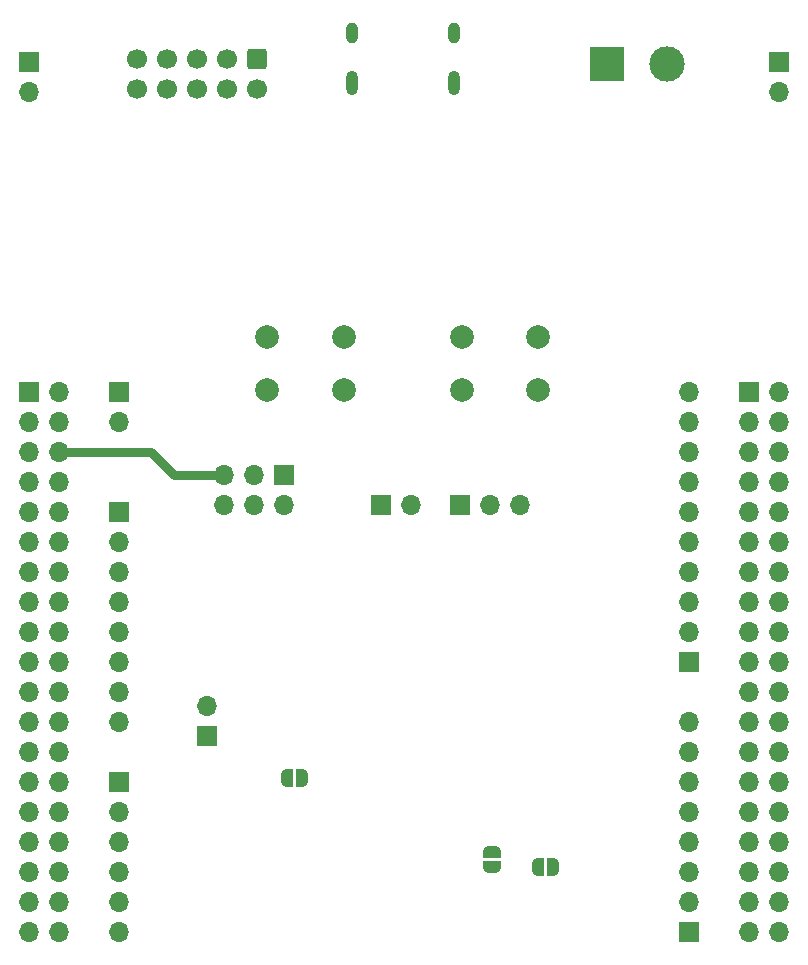
<source format=gbr>
%TF.GenerationSoftware,KiCad,Pcbnew,8.0.4*%
%TF.CreationDate,2024-12-11T23:07:31+07:00*%
%TF.ProjectId,G474-dev-board,47343734-2d64-4657-962d-626f6172642e,rev?*%
%TF.SameCoordinates,Original*%
%TF.FileFunction,Copper,L4,Bot*%
%TF.FilePolarity,Positive*%
%FSLAX46Y46*%
G04 Gerber Fmt 4.6, Leading zero omitted, Abs format (unit mm)*
G04 Created by KiCad (PCBNEW 8.0.4) date 2024-12-11 23:07:31*
%MOMM*%
%LPD*%
G01*
G04 APERTURE LIST*
G04 Aperture macros list*
%AMRoundRect*
0 Rectangle with rounded corners*
0 $1 Rounding radius*
0 $2 $3 $4 $5 $6 $7 $8 $9 X,Y pos of 4 corners*
0 Add a 4 corners polygon primitive as box body*
4,1,4,$2,$3,$4,$5,$6,$7,$8,$9,$2,$3,0*
0 Add four circle primitives for the rounded corners*
1,1,$1+$1,$2,$3*
1,1,$1+$1,$4,$5*
1,1,$1+$1,$6,$7*
1,1,$1+$1,$8,$9*
0 Add four rect primitives between the rounded corners*
20,1,$1+$1,$2,$3,$4,$5,0*
20,1,$1+$1,$4,$5,$6,$7,0*
20,1,$1+$1,$6,$7,$8,$9,0*
20,1,$1+$1,$8,$9,$2,$3,0*%
%AMFreePoly0*
4,1,19,0.500000,-0.750000,0.000000,-0.750000,0.000000,-0.744911,-0.071157,-0.744911,-0.207708,-0.704816,-0.327430,-0.627875,-0.420627,-0.520320,-0.479746,-0.390866,-0.500000,-0.250000,-0.500000,0.250000,-0.479746,0.390866,-0.420627,0.520320,-0.327430,0.627875,-0.207708,0.704816,-0.071157,0.744911,0.000000,0.744911,0.000000,0.750000,0.500000,0.750000,0.500000,-0.750000,0.500000,-0.750000,
$1*%
%AMFreePoly1*
4,1,19,0.000000,0.744911,0.071157,0.744911,0.207708,0.704816,0.327430,0.627875,0.420627,0.520320,0.479746,0.390866,0.500000,0.250000,0.500000,-0.250000,0.479746,-0.390866,0.420627,-0.520320,0.327430,-0.627875,0.207708,-0.704816,0.071157,-0.744911,0.000000,-0.744911,0.000000,-0.750000,-0.500000,-0.750000,-0.500000,0.750000,0.000000,0.750000,0.000000,0.744911,0.000000,0.744911,
$1*%
G04 Aperture macros list end*
%TA.AperFunction,ComponentPad*%
%ADD10C,1.700000*%
%TD*%
%TA.AperFunction,ComponentPad*%
%ADD11RoundRect,0.250000X-0.600000X0.600000X-0.600000X-0.600000X0.600000X-0.600000X0.600000X0.600000X0*%
%TD*%
%TA.AperFunction,ComponentPad*%
%ADD12C,2.000000*%
%TD*%
%TA.AperFunction,SMDPad,CuDef*%
%ADD13FreePoly0,0.000000*%
%TD*%
%TA.AperFunction,SMDPad,CuDef*%
%ADD14FreePoly1,0.000000*%
%TD*%
%TA.AperFunction,ComponentPad*%
%ADD15R,1.700000X1.700000*%
%TD*%
%TA.AperFunction,ComponentPad*%
%ADD16O,1.700000X1.700000*%
%TD*%
%TA.AperFunction,ComponentPad*%
%ADD17R,3.000000X3.000000*%
%TD*%
%TA.AperFunction,ComponentPad*%
%ADD18C,3.000000*%
%TD*%
%TA.AperFunction,ComponentPad*%
%ADD19O,1.000000X2.100000*%
%TD*%
%TA.AperFunction,ComponentPad*%
%ADD20O,1.000000X1.800000*%
%TD*%
%TA.AperFunction,SMDPad,CuDef*%
%ADD21FreePoly0,270.000000*%
%TD*%
%TA.AperFunction,SMDPad,CuDef*%
%ADD22FreePoly1,270.000000*%
%TD*%
%TA.AperFunction,Conductor*%
%ADD23C,0.800000*%
%TD*%
G04 APERTURE END LIST*
D10*
%TO.P,J17,10,Pin_10*%
%TO.N,unconnected-(J17-Pin_10-Pad10)*%
X114503200Y-64770000D03*
%TO.P,J17,9,Pin_9*%
%TO.N,unconnected-(J17-Pin_9-Pad9)*%
X114503200Y-62230000D03*
%TO.P,J17,8,Pin_8*%
%TO.N,unconnected-(J17-Pin_8-Pad8)*%
X117043200Y-64770000D03*
%TO.P,J17,7,Pin_7*%
%TO.N,unconnected-(J17-Pin_7-Pad7)*%
X117043200Y-62230000D03*
%TO.P,J17,6,Pin_6*%
%TO.N,unconnected-(J17-Pin_6-Pad6)*%
X119583200Y-64770000D03*
%TO.P,J17,5,Pin_5*%
%TO.N,unconnected-(J17-Pin_5-Pad5)*%
X119583200Y-62230000D03*
%TO.P,J17,4,Pin_4*%
%TO.N,unconnected-(J17-Pin_4-Pad4)*%
X122123200Y-64770000D03*
%TO.P,J17,3,Pin_3*%
%TO.N,unconnected-(J17-Pin_3-Pad3)*%
X122123200Y-62230000D03*
%TO.P,J17,2,Pin_2*%
%TO.N,unconnected-(J17-Pin_2-Pad2)*%
X124663200Y-64770000D03*
D11*
%TO.P,J17,1,Pin_1*%
%TO.N,unconnected-(J17-Pin_1-Pad1)*%
X124663200Y-62230000D03*
%TD*%
D12*
%TO.P,SW2,2,2*%
%TO.N,+3V3*%
X125553400Y-85761000D03*
X132053400Y-85761000D03*
%TO.P,SW2,1,1*%
%TO.N,Net-(D2-K)*%
X125553400Y-90261000D03*
X132053400Y-90261000D03*
%TD*%
%TO.P,SW1,1,1*%
%TO.N,/MCU/NRST*%
X148512600Y-90261000D03*
X142012600Y-90261000D03*
%TO.P,SW1,2,2*%
%TO.N,GND*%
X148512600Y-85761000D03*
X142012600Y-85761000D03*
%TD*%
D13*
%TO.P,JP1,1,A*%
%TO.N,/MCU/VBAT*%
X127213600Y-123037600D03*
D14*
%TO.P,JP1,2,B*%
%TO.N,+3V3*%
X128513600Y-123037600D03*
%TD*%
D15*
%TO.P,J16,1,Pin_1*%
%TO.N,+VREF*%
X141909800Y-99974400D03*
D16*
%TO.P,J16,2,Pin_2*%
%TO.N,Net-(J16-Pin_2)*%
X144449800Y-99974400D03*
%TO.P,J16,3,Pin_3*%
%TO.N,+3V3*%
X146989800Y-99974400D03*
%TD*%
D15*
%TO.P,J8,1,Pin_1*%
%TO.N,unconnected-(J8-Pin_1-Pad1)*%
X113003800Y-90388600D03*
D16*
%TO.P,J8,2,Pin_2*%
%TO.N,unconnected-(J8-Pin_2-Pad2)*%
X113003800Y-92928600D03*
%TD*%
D15*
%TO.P,J1,1,Pin_1*%
%TO.N,/MCU/PB8*%
X120472200Y-119532400D03*
D16*
%TO.P,J1,2,Pin_2*%
%TO.N,/MCU/BOOT*%
X120472200Y-116992400D03*
%TD*%
%TO.P,J9,38,Pin_38*%
%TO.N,/IO/PC0*%
X107948800Y-136108600D03*
%TO.P,J9,37,Pin_37*%
%TO.N,/IO/PC3*%
X105408800Y-136108600D03*
%TO.P,J9,36,Pin_36*%
%TO.N,/IO/PC1*%
X107948800Y-133568600D03*
%TO.P,J9,35,Pin_35*%
%TO.N,/IO/PC2*%
X105408800Y-133568600D03*
%TO.P,J9,34,Pin_34*%
%TO.N,/IO/PB0*%
X107948800Y-131028600D03*
%TO.P,J9,33,Pin_33*%
%TO.N,/IO/VBAT*%
X105408800Y-131028600D03*
%TO.P,J9,32,Pin_32*%
%TO.N,/IO/PA4*%
X107948800Y-128488600D03*
%TO.P,J9,31,Pin_31*%
%TO.N,/IO/PF1*%
X105408800Y-128488600D03*
%TO.P,J9,30,Pin_30*%
%TO.N,/IO/PA1*%
X107948800Y-125948600D03*
%TO.P,J9,29,Pin_29*%
%TO.N,/IO/PF0*%
X105408800Y-125948600D03*
%TO.P,J9,28,Pin_28*%
%TO.N,/IO/PA0*%
X107948800Y-123408600D03*
%TO.P,J9,27,Pin_27*%
%TO.N,/IO/PC15*%
X105408800Y-123408600D03*
%TO.P,J9,26,Pin_26*%
%TO.N,unconnected-(J9-Pin_26-Pad26)*%
X107948800Y-120868600D03*
%TO.P,J9,25,Pin_25*%
%TO.N,/IO/PC14*%
X105408800Y-120868600D03*
%TO.P,J9,24,Pin_24*%
%TO.N,Net-(J3-Pin_8)*%
X107948800Y-118328600D03*
%TO.P,J9,23,Pin_23*%
%TO.N,/IO/PC13*%
X105408800Y-118328600D03*
%TO.P,J9,22,Pin_22*%
%TO.N,GND*%
X107948800Y-115788600D03*
%TO.P,J9,21,Pin_21*%
%TO.N,/IO/PB7*%
X105408800Y-115788600D03*
%TO.P,J9,20,Pin_20*%
%TO.N,GND*%
X107948800Y-113248600D03*
%TO.P,J9,19,Pin_19*%
X105408800Y-113248600D03*
%TO.P,J9,18,Pin_18*%
%TO.N,Net-(J3-Pin_5)*%
X107948800Y-110708600D03*
%TO.P,J9,17,Pin_17*%
%TO.N,/IO/PA15*%
X105408800Y-110708600D03*
%TO.P,J9,16,Pin_16*%
%TO.N,Net-(J3-Pin_4)*%
X107948800Y-108168600D03*
%TO.P,J9,15,Pin_15*%
%TO.N,/IO/PA14*%
X105408800Y-108168600D03*
%TO.P,J9,14,Pin_14*%
%TO.N,/IO/NRST*%
X107948800Y-105628600D03*
%TO.P,J9,13,Pin_13*%
%TO.N,/IO/PA13*%
X105408800Y-105628600D03*
%TO.P,J9,12,Pin_12*%
%TO.N,Net-(J3-Pin_2)*%
X107948800Y-103088600D03*
%TO.P,J9,11,Pin_11*%
%TO.N,unconnected-(J9-Pin_11-Pad11)*%
X105408800Y-103088600D03*
%TO.P,J9,10,Pin_10*%
%TO.N,unconnected-(J9-Pin_10-Pad10)*%
X107948800Y-100548600D03*
%TO.P,J9,9,Pin_9*%
%TO.N,unconnected-(J9-Pin_9-Pad9)*%
X105408800Y-100548600D03*
%TO.P,J9,8,Pin_8*%
%TO.N,GND*%
X107948800Y-98008600D03*
%TO.P,J9,7,Pin_7*%
%TO.N,/IO/BOOT*%
X105408800Y-98008600D03*
%TO.P,J9,6,Pin_6*%
%TO.N,+5V_EXT*%
X107948800Y-95468600D03*
%TO.P,J9,5,Pin_5*%
%TO.N,unconnected-(J9-Pin_5-Pad5)*%
X105408800Y-95468600D03*
%TO.P,J9,4,Pin_4*%
%TO.N,/IO/PD2*%
X107948800Y-92928600D03*
%TO.P,J9,3,Pin_3*%
%TO.N,/IO/PC12*%
X105408800Y-92928600D03*
%TO.P,J9,2,Pin_2*%
%TO.N,/IO/PC11*%
X107948800Y-90388600D03*
D15*
%TO.P,J9,1,Pin_1*%
%TO.N,/IO/PC0*%
X105408800Y-90388600D03*
%TD*%
%TO.P,J7,1,Pin_1*%
%TO.N,/IO/PC9*%
X166368800Y-90388600D03*
D16*
%TO.P,J7,2,Pin_2*%
%TO.N,/IO/PC8*%
X168908800Y-90388600D03*
%TO.P,J7,3,Pin_3*%
%TO.N,Net-(J6-Pin_10)*%
X166368800Y-92928600D03*
%TO.P,J7,4,Pin_4*%
%TO.N,/IO/PC6*%
X168908800Y-92928600D03*
%TO.P,J7,5,Pin_5*%
%TO.N,/IO/PB9*%
X166368800Y-95468600D03*
%TO.P,J7,6,Pin_6*%
%TO.N,/IO/PC5*%
X168908800Y-95468600D03*
%TO.P,J7,7,Pin_7*%
%TO.N,+VDDREF*%
X166368800Y-98008600D03*
%TO.P,J7,8,Pin_8*%
%TO.N,unconnected-(J7-Pin_8-Pad8)*%
X168908800Y-98008600D03*
%TO.P,J7,9,Pin_9*%
%TO.N,GND*%
X166368800Y-100548600D03*
%TO.P,J7,10,Pin_10*%
%TO.N,unconnected-(J7-Pin_10-Pad10)*%
X168908800Y-100548600D03*
%TO.P,J7,11,Pin_11*%
%TO.N,/IO/PA5*%
X166368800Y-103088600D03*
%TO.P,J7,12,Pin_12*%
%TO.N,/IO/PA12*%
X168908800Y-103088600D03*
%TO.P,J7,13,Pin_13*%
%TO.N,/IO/PA6*%
X166368800Y-105628600D03*
%TO.P,J7,14,Pin_14*%
%TO.N,/IO/PA11*%
X168908800Y-105628600D03*
%TO.P,J7,15,Pin_15*%
%TO.N,/IO/PA7*%
X166368800Y-108168600D03*
%TO.P,J7,16,Pin_16*%
%TO.N,/IO/PB12*%
X168908800Y-108168600D03*
%TO.P,J7,17,Pin_17*%
%TO.N,/IO/PB6*%
X166368800Y-110708600D03*
%TO.P,J7,18,Pin_18*%
%TO.N,/IO/PB11*%
X168908800Y-110708600D03*
%TO.P,J7,19,Pin_19*%
%TO.N,/IO/PC7*%
X166368800Y-113248600D03*
%TO.P,J7,20,Pin_20*%
%TO.N,GND*%
X168908800Y-113248600D03*
%TO.P,J7,21,Pin_21*%
%TO.N,/IO/PA9*%
X166368800Y-115788600D03*
%TO.P,J7,22,Pin_22*%
%TO.N,/IO/PB2*%
X168908800Y-115788600D03*
%TO.P,J7,23,Pin_23*%
%TO.N,/IO/PA8*%
X166368800Y-118328600D03*
%TO.P,J7,24,Pin_24*%
%TO.N,/IO/PB1*%
X168908800Y-118328600D03*
%TO.P,J7,25,Pin_25*%
%TO.N,/IO/PB10*%
X166368800Y-120868600D03*
%TO.P,J7,26,Pin_26*%
%TO.N,/IO/PB15*%
X168908800Y-120868600D03*
%TO.P,J7,27,Pin_27*%
%TO.N,/IO/PB4*%
X166368800Y-123408600D03*
%TO.P,J7,28,Pin_28*%
%TO.N,/IO/PB14*%
X168908800Y-123408600D03*
%TO.P,J7,29,Pin_29*%
%TO.N,/IO/PB5*%
X166368800Y-125948600D03*
%TO.P,J7,30,Pin_30*%
%TO.N,/IO/PB13*%
X168908800Y-125948600D03*
%TO.P,J7,31,Pin_31*%
%TO.N,/IO/PB3*%
X166368800Y-128488600D03*
%TO.P,J7,32,Pin_32*%
%TO.N,GND*%
X168908800Y-128488600D03*
%TO.P,J7,33,Pin_33*%
%TO.N,/IO/PA10*%
X166368800Y-131028600D03*
%TO.P,J7,34,Pin_34*%
%TO.N,/IO/PC4*%
X168908800Y-131028600D03*
%TO.P,J7,35,Pin_35*%
%TO.N,Net-(J5-Pin_2)*%
X166368800Y-133568600D03*
%TO.P,J7,36,Pin_36*%
%TO.N,unconnected-(J7-Pin_36-Pad36)*%
X168908800Y-133568600D03*
%TO.P,J7,37,Pin_37*%
%TO.N,Net-(J5-Pin_1)*%
X166368800Y-136108600D03*
%TO.P,J7,38,Pin_38*%
%TO.N,unconnected-(J7-Pin_38-Pad38)*%
X168908800Y-136108600D03*
%TD*%
D15*
%TO.P,J14,1,Pin_1*%
%TO.N,GND*%
X105408800Y-62448600D03*
D16*
%TO.P,J14,2,Pin_2*%
X105408800Y-64988600D03*
%TD*%
D17*
%TO.P,J12,1,Pin_1*%
%TO.N,+VIN*%
X154279600Y-62611000D03*
D18*
%TO.P,J12,2,Pin_2*%
%TO.N,GND*%
X159359600Y-62611000D03*
%TD*%
D15*
%TO.P,J5,1,Pin_1*%
%TO.N,Net-(J5-Pin_1)*%
X161288800Y-136108600D03*
D16*
%TO.P,J5,2,Pin_2*%
%TO.N,Net-(J5-Pin_2)*%
X161288800Y-133568600D03*
%TO.P,J5,3,Pin_3*%
%TO.N,/IO/PA10*%
X161288800Y-131028600D03*
%TO.P,J5,4,Pin_4*%
%TO.N,/IO/PB3*%
X161288800Y-128488600D03*
%TO.P,J5,5,Pin_5*%
%TO.N,/IO/PB5*%
X161288800Y-125948600D03*
%TO.P,J5,6,Pin_6*%
%TO.N,/IO/PB4*%
X161288800Y-123408600D03*
%TO.P,J5,7,Pin_7*%
%TO.N,/IO/PB10*%
X161288800Y-120868600D03*
%TO.P,J5,8,Pin_8*%
%TO.N,/IO/PA8*%
X161288800Y-118328600D03*
%TD*%
D15*
%TO.P,J11,1,Pin_1*%
%TO.N,Net-(J11-Pin_1)*%
X135153400Y-99974400D03*
D16*
%TO.P,J11,2,Pin_2*%
%TO.N,+3V3*%
X137693400Y-99974400D03*
%TD*%
D15*
%TO.P,J15,1,Pin_1*%
%TO.N,GND*%
X168908800Y-62448600D03*
D16*
%TO.P,J15,2,Pin_2*%
X168908800Y-64988600D03*
%TD*%
D15*
%TO.P,J4,1,Pin_1*%
%TO.N,/IO/PA0*%
X113028800Y-123408600D03*
D16*
%TO.P,J4,2,Pin_2*%
%TO.N,/IO/PA1*%
X113028800Y-125948600D03*
%TO.P,J4,3,Pin_3*%
%TO.N,/IO/PA4*%
X113028800Y-128488600D03*
%TO.P,J4,4,Pin_4*%
%TO.N,/IO/PB0*%
X113028800Y-131028600D03*
%TO.P,J4,5,Pin_5*%
%TO.N,/IO/PC1*%
X113028800Y-133568600D03*
%TO.P,J4,6,Pin_6*%
%TO.N,/IO/PC0*%
X113028800Y-136108600D03*
%TD*%
D15*
%TO.P,J3,1,Pin_1*%
%TO.N,unconnected-(J3-Pin_1-Pad1)*%
X113028800Y-100548600D03*
D16*
%TO.P,J3,2,Pin_2*%
%TO.N,Net-(J3-Pin_2)*%
X113028800Y-103088600D03*
%TO.P,J3,3,Pin_3*%
%TO.N,/IO/NRST*%
X113028800Y-105628600D03*
%TO.P,J3,4,Pin_4*%
%TO.N,Net-(J3-Pin_4)*%
X113028800Y-108168600D03*
%TO.P,J3,5,Pin_5*%
%TO.N,Net-(J3-Pin_5)*%
X113028800Y-110708600D03*
%TO.P,J3,6,Pin_6*%
%TO.N,GND*%
X113028800Y-113248600D03*
%TO.P,J3,7,Pin_7*%
X113028800Y-115788600D03*
%TO.P,J3,8,Pin_8*%
%TO.N,Net-(J3-Pin_8)*%
X113028800Y-118328600D03*
%TD*%
D19*
%TO.P,J10,S1,SHIELD*%
%TO.N,unconnected-(J10-SHIELD-PadS1)*%
X141401800Y-64236600D03*
D20*
X141401800Y-60036600D03*
D19*
X132761800Y-64236600D03*
D20*
X132761800Y-60036600D03*
%TD*%
D15*
%TO.P,J6,1,Pin_1*%
%TO.N,/IO/PA9*%
X161288800Y-113248600D03*
D16*
%TO.P,J6,2,Pin_2*%
%TO.N,/IO/PC7*%
X161288800Y-110708600D03*
%TO.P,J6,3,Pin_3*%
%TO.N,/IO/PB6*%
X161288800Y-108168600D03*
%TO.P,J6,4,Pin_4*%
%TO.N,/IO/PA7*%
X161288800Y-105628600D03*
%TO.P,J6,5,Pin_5*%
%TO.N,/IO/PA6*%
X161288800Y-103088600D03*
%TO.P,J6,6,Pin_6*%
%TO.N,/IO/PA5*%
X161288800Y-100548600D03*
%TO.P,J6,7,Pin_7*%
%TO.N,GND*%
X161288800Y-98008600D03*
%TO.P,J6,8,Pin_8*%
%TO.N,+VDDREF*%
X161288800Y-95468600D03*
%TO.P,J6,9,Pin_9*%
%TO.N,/IO/PB9*%
X161288800Y-92928600D03*
%TO.P,J6,10,Pin_10*%
%TO.N,Net-(J6-Pin_10)*%
X161288800Y-90388600D03*
%TD*%
D15*
%TO.P,J13,1,Pin_1*%
%TO.N,+5V_VIN*%
X126985000Y-97459800D03*
D16*
%TO.P,J13,2,Pin_2*%
%TO.N,+5V*%
X126985000Y-99999800D03*
%TO.P,J13,3,Pin_3*%
%TO.N,+5V_USB_IN*%
X124445000Y-97459800D03*
%TO.P,J13,4,Pin_4*%
%TO.N,+5V*%
X124445000Y-99999800D03*
%TO.P,J13,5,Pin_5*%
%TO.N,+5V_EXT*%
X121905000Y-97459800D03*
%TO.P,J13,6,Pin_6*%
%TO.N,+5V*%
X121905000Y-99999800D03*
%TD*%
D13*
%TO.P,JP3,1,A*%
%TO.N,Net-(JP3-A)*%
X148473400Y-130606800D03*
D14*
%TO.P,JP3,2,B*%
%TO.N,+VREF*%
X149773400Y-130606800D03*
%TD*%
D21*
%TO.P,JP2,1,A*%
%TO.N,GND*%
X144576800Y-129306800D03*
D22*
%TO.P,JP2,2,B*%
%TO.N,Net-(JP2-B)*%
X144576800Y-130606800D03*
%TD*%
D23*
%TO.N,+5V_EXT*%
X107948800Y-95468600D02*
X115687000Y-95468600D01*
X117678200Y-97459800D02*
X121905000Y-97459800D01*
X115687000Y-95468600D02*
X117678200Y-97459800D01*
%TD*%
M02*

</source>
